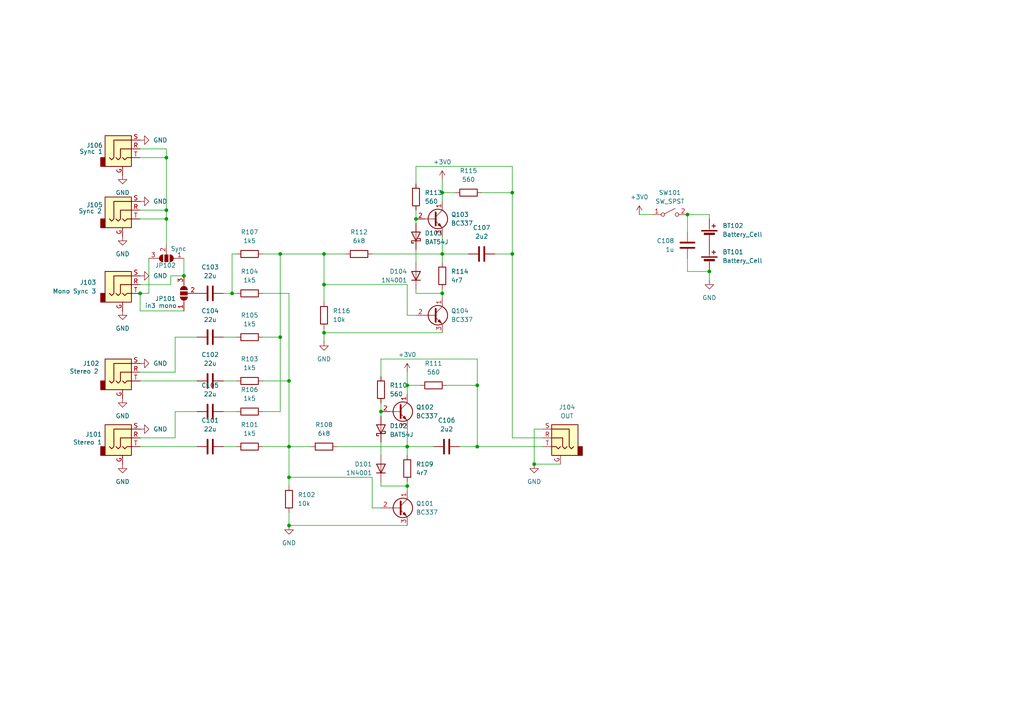
<source format=kicad_sch>
(kicad_sch (version 20250114) (generator "eeschema") (generator_version "9.0")
  (paper "A4")
  (lib_symbols
    (symbol "Connector_Audio:AudioJack3_Ground"
      (property "Reference" "J" (at 0 8.89 0))
      (property "Value" "AudioJack3_Ground" (at 0 6.35 0))
      (symbol "AudioJack3_Ground_0_1"
        (rectangle (start -5.08 -2.54) (end -6.35 -5.08) (stroke (width 0.254)) (fill (type outline)))
        (polyline (pts (xy -1.905 -2.54) (xy -1.27 -3.175) (xy -0.635 -2.54) (xy -0.635 0) (xy 2.54 0)) (stroke (width 0.254)))
        (polyline (pts (xy 0 -2.54) (xy 0.635 -3.175) (xy 1.27 -2.54) (xy 2.54 -2.54)) (stroke (width 0.254)))
        (rectangle (start 2.54 3.81) (end -5.08 -5.08) (stroke (width 0.254)) (fill (type background)))
        (polyline (pts (xy 2.54 2.54) (xy -2.54 2.54) (xy -2.54 -2.54) (xy -3.175 -3.175) (xy -3.81 -2.54)) (stroke (width 0.254)))
      )
      (symbol "AudioJack3_Ground_1_1"
        (pin passive line (at 0 -7.62 90) (length 2.54) (name "~") (number "G"))
        (pin passive line (at 5.08 2.54 180) (length 2.54) (name "~") (number "S"))
        (pin passive line (at 5.08 0 180) (length 2.54) (name "~") (number "R"))
        (pin passive line (at 5.08 -2.54 180) (length 2.54) (name "~") (number "T"))
      )
    )
    (symbol "Device:Battery_Cell" (pin_numbers (hide yes)) (pin_names (offset 0) (hide yes))
      (property "Reference" "BT" (at 2.54 2.54 0))
      (property "Value" "Battery_Cell" (at 2.54 0 0))
      (symbol "Battery_Cell_0_1"
        (rectangle (start -2.286 1.778) (end 2.286 1.524) (fill (type outline)))
        (rectangle (start -1.524 1.016) (end 1.524 0.508) (fill (type outline)))
        (polyline (pts (xy 0 1.778) (xy 0 2.54)))
        (polyline (pts (xy 0 0.762) (xy 0 0)))
        (polyline (pts (xy 0.762 3.048) (xy 1.778 3.048)) (stroke (width 0.254)))
        (polyline (pts (xy 1.27 3.556) (xy 1.27 2.54)) (stroke (width 0.254)))
      )
      (symbol "Battery_Cell_1_1"
        (pin passive line (at 0 5.08 270) (length 2.54) (name "+") (number "1"))
        (pin passive line (at 0 -2.54 90) (length 2.54) (name "-") (number "2"))
      )
    )
    (symbol "Device:C" (pin_numbers (hide yes)) (pin_names (offset 0.254))
      (property "Reference" "C" (at 0.635 2.54 0))
      (property "Value" "C" (at 0.635 -2.54 0))
      (symbol "C_0_1"
        (polyline (pts (xy -2.032 0.762) (xy 2.032 0.762)) (stroke (width 0.508)))
        (polyline (pts (xy -2.032 -0.762) (xy 2.032 -0.762)) (stroke (width 0.508)))
      )
      (symbol "C_1_1"
        (pin passive line (at 0 3.81 270) (length 2.794) (name "~") (number "1"))
        (pin passive line (at 0 -3.81 90) (length 2.794) (name "~") (number "2"))
      )
    )
    (symbol "Device:R" (pin_numbers (hide yes)) (pin_names (offset 0))
      (property "Reference" "R" (at 2.032 0 90))
      (property "Value" "R" (at 0 0 90))
      (symbol "R_0_1"
        (rectangle (start -1.016 -2.54) (end 1.016 2.54) (stroke (width 0.254)))
      )
      (symbol "R_1_1"
        (pin passive line (at 0 3.81 270) (length 1.27) (name "~") (number "1"))
        (pin passive line (at 0 -3.81 90) (length 1.27) (name "~") (number "2"))
      )
    )
    (symbol "Diode:1N4001" (pin_numbers (hide yes)) (pin_names (hide yes))
      (property "Reference" "D" (at 0 2.54 0))
      (property "Value" "1N4001" (at 0 -2.54 0))
      (symbol "1N4001_0_1"
        (polyline (pts (xy -1.27 1.27) (xy -1.27 -1.27)) (stroke (width 0.254)))
        (polyline (pts (xy 1.27 1.27) (xy 1.27 -1.27) (xy -1.27 0) (xy 1.27 1.27)) (stroke (width 0.254)))
        (polyline (pts (xy 1.27 0) (xy -1.27 0)))
      )
      (symbol "1N4001_1_1"
        (pin passive line (at -3.81 0 0) (length 2.54) (name "K") (number "1"))
        (pin passive line (at 3.81 0 180) (length 2.54) (name "A") (number "2"))
      )
    )
    (symbol "Diode:BAT54J" (pin_numbers (hide yes)) (pin_names (offset 1.016) (hide yes))
      (property "Reference" "D" (at 0 2.54 0))
      (property "Value" "BAT54J" (at 0 -2.54 0))
      (symbol "BAT54J_0_1"
        (polyline (pts (xy -1.905 0.635) (xy -1.905 1.27) (xy -1.27 1.27) (xy -1.27 -1.27) (xy -0.635 -1.27) (xy -0.635 -0.635)) (stroke (width 0.254)))
        (polyline (pts (xy 1.27 1.27) (xy 1.27 -1.27) (xy -1.27 0) (xy 1.27 1.27)) (stroke (width 0.254)))
        (polyline (pts (xy 1.27 0) (xy -1.27 0)))
      )
      (symbol "BAT54J_1_1"
        (pin passive line (at -3.81 0 0) (length 2.54) (name "K") (number "1"))
        (pin passive line (at 3.81 0 180) (length 2.54) (name "A") (number "2"))
      )
    )
    (symbol "Jumper:SolderJumper_3_Open" (pin_names (offset 0) (hide yes)) (in_bom no)
      (property "Reference" "JP" (at -2.54 -2.54 0))
      (property "Value" "SolderJumper_3_Open" (at 0 2.794 0))
      (symbol "SolderJumper_3_Open_0_1"
        (polyline (pts (xy -2.54 0) (xy -2.032 0)))
        (polyline (pts (xy -1.016 1.016) (xy -1.016 -1.016)))
        (arc (start -1.016 -1.016) (mid -2.0276 0) (end -1.016 1.016))
        (arc (start -1.016 -1.016) (mid -2.0276 0) (end -1.016 1.016) (fill (type outline)))
        (rectangle (start -0.508 1.016) (end 0.508 -1.016) (fill (type outline)))
        (polyline (pts (xy 0 -1.27) (xy 0 -1.016)))
        (arc (start 1.016 1.016) (mid 2.0276 0) (end 1.016 -1.016))
        (arc (start 1.016 1.016) (mid 2.0276 0) (end 1.016 -1.016) (fill (type outline)))
        (polyline (pts (xy 1.016 1.016) (xy 1.016 -1.016)))
        (polyline (pts (xy 2.54 0) (xy 2.032 0)))
      )
      (symbol "SolderJumper_3_Open_1_1"
        (pin passive line (at -5.08 0 0) (length 2.54) (name "A") (number "1"))
        (pin passive line (at 0 -3.81 90) (length 2.54) (name "C") (number "2"))
        (pin passive line (at 5.08 0 180) (length 2.54) (name "B") (number "3"))
      )
    )
    (symbol "Switch:SW_SPST" (pin_names (offset 0) (hide yes))
      (property "Reference" "SW" (at 0 3.175 0))
      (property "Value" "SW_SPST" (at 0 -2.54 0))
      (symbol "SW_SPST_0_0"
        (circle (center -2.032 0) (radius 0.508))
        (polyline (pts (xy -1.524 0.254) (xy 1.524 1.778)))
        (circle (center 2.032 0) (radius 0.508))
      )
      (symbol "SW_SPST_1_1"
        (pin passive line (at -5.08 0 0) (length 2.54) (name "A") (number "1"))
        (pin passive line (at 5.08 0 180) (length 2.54) (name "B") (number "2"))
      )
    )
    (symbol "Transistor_BJT:BC337" (pin_names (offset 0) (hide yes))
      (property "Reference" "Q" (at 5.08 1.905 0))
      (property "Value" "BC337" (at 5.08 0 0))
      (symbol "BC337_0_1"
        (polyline (pts (xy -2.54 0) (xy 0.635 0)))
        (polyline (pts (xy 0.635 1.905) (xy 0.635 -1.905)) (stroke (width 0.508)))
        (circle (center 1.27 0) (radius 2.8194) (stroke (width 0.254)))
      )
      (symbol "BC337_1_1"
        (polyline (pts (xy 0.635 0.635) (xy 2.54 2.54)))
        (polyline (pts (xy 0.635 -0.635) (xy 2.54 -2.54)))
        (polyline (pts (xy 1.27 -1.778) (xy 1.778 -1.27) (xy 2.286 -2.286) (xy 1.27 -1.778)) (fill (type outline)))
        (pin input line (at -5.08 0 0) (length 2.54) (name "B") (number "2"))
        (pin passive line (at 2.54 5.08 270) (length 2.54) (name "C") (number "1"))
        (pin passive line (at 2.54 -5.08 90) (length 2.54) (name "E") (number "3"))
      )
    )
    (symbol "power:+3V0" (power) (pin_numbers (hide yes)) (pin_names (offset 0) (hide yes))
      (property "Value" "+3V0" (at 0 3.556 0))
      (symbol "+3V0_0_1"
        (polyline (pts (xy -0.762 1.27) (xy 0 2.54)))
        (polyline (pts (xy 0 2.54) (xy 0.762 1.27)))
        (polyline (pts (xy 0 0) (xy 0 2.54)))
      )
      (symbol "+3V0_1_1"
        (pin power_in line (at 0 0 90) (length 0) (name "~") (number "1"))
      )
    )
    (symbol "power:GND" (power) (pin_numbers (hide yes)) (pin_names (offset 0) (hide yes))
      (property "Value" "GND" (at 0 -3.81 0))
      (symbol "GND_0_1"
        (polyline (pts (xy 0 0) (xy 0 -1.27) (xy 1.27 -1.27) (xy 0 -2.54) (xy -1.27 -1.27) (xy 0 -1.27)))
      )
      (symbol "GND_1_1"
        (pin power_in line (at 0 0 270) (length 0) (name "~") (number "1"))
      )
    )
  )
  (junction (at 110.49 119.38))
  (junction (at 205.74 78.74))
  (junction (at 81.28 97.79))
  (junction (at 40.64 85.09))
  (junction (at 93.98 82.55))
  (junction (at 118.11 111.76))
  (junction (at 138.43 111.76))
  (junction (at 83.82 152.4))
  (junction (at 148.59 55.88))
  (junction (at 118.11 140.97))
  (junction (at 83.82 138.43))
  (junction (at 148.59 73.66))
  (junction (at 83.82 129.54))
  (junction (at 48.26 63.5))
  (junction (at 83.82 110.49))
  (junction (at 53.34 80.01))
  (junction (at 48.26 60.96))
  (junction (at 199.39 62.23))
  (junction (at 128.27 55.88))
  (junction (at 67.31 85.09))
  (junction (at 138.43 129.54))
  (junction (at 93.98 96.52))
  (junction (at 128.27 73.66))
  (junction (at 154.94 134.62))
  (junction (at 128.27 85.09))
  (junction (at 81.28 73.66))
  (junction (at 120.65 63.5))
  (junction (at 118.11 129.54))
  (junction (at 48.26 45.72))
  (junction (at 93.98 73.66))
  (wire (pts (xy 129.54 111.76) (xy 138.43 111.76)))
  (wire (pts (xy 40.64 129.54) (xy 57.15 129.54)))
  (wire (pts (xy 110.49 120.65) (xy 110.49 119.38)))
  (wire (pts (xy 110.49 104.14) (xy 110.49 109.22)))
  (wire (pts (xy 148.59 73.66) (xy 148.59 55.88)))
  (wire (pts (xy 76.2 119.38) (xy 81.28 119.38)))
  (wire (pts (xy 148.59 73.66) (xy 148.59 127)))
  (wire (pts (xy 83.82 85.09) (xy 83.82 110.49)))
  (wire (pts (xy 138.43 129.54) (xy 133.35 129.54)))
  (wire (pts (xy 132.08 55.88) (xy 128.27 55.88)))
  (wire (pts (xy 83.82 85.09) (xy 76.2 85.09)))
  (wire (pts (xy 139.7 55.88) (xy 148.59 55.88)))
  (wire (pts (xy 128.27 52.07) (xy 128.27 55.88)))
  (wire (pts (xy 40.64 45.72) (xy 48.26 45.72)))
  (wire (pts (xy 120.65 64.77) (xy 120.65 63.5)))
  (wire (pts (xy 83.82 138.43) (xy 107.95 138.43)))
  (wire (pts (xy 135.89 73.66) (xy 128.27 73.66)))
  (wire (pts (xy 40.64 110.49) (xy 57.15 110.49)))
  (wire (pts (xy 49.53 82.55) (xy 40.64 82.55)))
  (wire (pts (xy 64.77 110.49) (xy 68.58 110.49)))
  (wire (pts (xy 199.39 74.93) (xy 199.39 78.74)))
  (wire (pts (xy 120.65 60.96) (xy 120.65 63.5)))
  (wire (pts (xy 128.27 73.66) (xy 128.27 68.58)))
  (wire (pts (xy 76.2 73.66) (xy 81.28 73.66)))
  (wire (pts (xy 107.95 147.32) (xy 107.95 138.43)))
  (wire (pts (xy 93.98 73.66) (xy 100.33 73.66)))
  (wire (pts (xy 40.64 107.95) (xy 50.8 107.95)))
  (wire (pts (xy 205.74 78.74) (xy 205.74 81.28)))
  (wire (pts (xy 90.17 129.54) (xy 83.82 129.54)))
  (wire (pts (xy 83.82 129.54) (xy 83.82 138.43)))
  (wire (pts (xy 110.49 147.32) (xy 107.95 147.32)))
  (wire (pts (xy 64.77 129.54) (xy 68.58 129.54)))
  (wire (pts (xy 83.82 148.59) (xy 83.82 152.4)))
  (wire (pts (xy 81.28 97.79) (xy 81.28 73.66)))
  (wire (pts (xy 93.98 96.52) (xy 93.98 99.06)))
  (wire (pts (xy 138.43 111.76) (xy 138.43 104.14)))
  (wire (pts (xy 97.79 129.54) (xy 118.11 129.54)))
  (wire (pts (xy 157.48 127) (xy 148.59 127)))
  (wire (pts (xy 48.26 43.18) (xy 40.64 43.18)))
  (wire (pts (xy 76.2 129.54) (xy 83.82 129.54)))
  (wire (pts (xy 76.2 97.79) (xy 81.28 97.79)))
  (wire (pts (xy 118.11 129.54) (xy 118.11 124.46)))
  (wire (pts (xy 40.64 90.17) (xy 40.64 85.09)))
  (wire (pts (xy 68.58 73.66) (xy 67.31 73.66)))
  (wire (pts (xy 118.11 107.95) (xy 118.11 111.76)))
  (wire (pts (xy 120.65 85.09) (xy 128.27 85.09)))
  (wire (pts (xy 118.11 152.4) (xy 83.82 152.4)))
  (wire (pts (xy 53.34 80.01) (xy 49.53 80.01)))
  (wire (pts (xy 148.59 48.26) (xy 120.65 48.26)))
  (wire (pts (xy 49.53 80.01) (xy 49.53 82.55)))
  (wire (pts (xy 199.39 78.74) (xy 205.74 78.74)))
  (wire (pts (xy 48.26 63.5) (xy 48.26 60.96)))
  (wire (pts (xy 138.43 129.54) (xy 157.48 129.54)))
  (wire (pts (xy 53.34 74.93) (xy 53.34 80.01)))
  (wire (pts (xy 50.8 127) (xy 50.8 119.38)))
  (wire (pts (xy 48.26 45.72) (xy 48.26 43.18)))
  (wire (pts (xy 118.11 139.7) (xy 118.11 140.97)))
  (wire (pts (xy 40.64 60.96) (xy 48.26 60.96)))
  (wire (pts (xy 53.34 90.17) (xy 40.64 90.17)))
  (wire (pts (xy 48.26 71.12) (xy 48.26 63.5)))
  (wire (pts (xy 76.2 110.49) (xy 83.82 110.49)))
  (wire (pts (xy 138.43 129.54) (xy 138.43 111.76)))
  (wire (pts (xy 121.92 111.76) (xy 118.11 111.76)))
  (wire (pts (xy 128.27 55.88) (xy 128.27 58.42)))
  (wire (pts (xy 138.43 104.14) (xy 110.49 104.14)))
  (wire (pts (xy 110.49 128.27) (xy 110.49 132.08)))
  (wire (pts (xy 128.27 76.2) (xy 128.27 73.66)))
  (wire (pts (xy 148.59 73.66) (xy 143.51 73.66)))
  (wire (pts (xy 110.49 139.7) (xy 110.49 140.97)))
  (wire (pts (xy 128.27 83.82) (xy 128.27 85.09)))
  (wire (pts (xy 118.11 132.08) (xy 118.11 129.54)))
  (wire (pts (xy 199.39 62.23) (xy 205.74 62.23)))
  (wire (pts (xy 64.77 119.38) (xy 68.58 119.38)))
  (wire (pts (xy 118.11 140.97) (xy 118.11 142.24)))
  (wire (pts (xy 48.26 60.96) (xy 48.26 45.72)))
  (wire (pts (xy 120.65 83.82) (xy 120.65 85.09)))
  (wire (pts (xy 93.98 73.66) (xy 93.98 82.55)))
  (wire (pts (xy 50.8 97.79) (xy 57.15 97.79)))
  (wire (pts (xy 125.73 129.54) (xy 118.11 129.54)))
  (wire (pts (xy 67.31 73.66) (xy 67.31 85.09)))
  (wire (pts (xy 40.64 63.5) (xy 48.26 63.5)))
  (wire (pts (xy 93.98 82.55) (xy 118.11 82.55)))
  (wire (pts (xy 93.98 95.25) (xy 93.98 96.52)))
  (wire (pts (xy 199.39 67.31) (xy 199.39 62.23)))
  (wire (pts (xy 185.42 62.23) (xy 189.23 62.23)))
  (wire (pts (xy 107.95 73.66) (xy 128.27 73.66)))
  (wire (pts (xy 81.28 119.38) (xy 81.28 97.79)))
  (wire (pts (xy 120.65 48.26) (xy 120.65 53.34)))
  (wire (pts (xy 50.8 119.38) (xy 57.15 119.38)))
  (wire (pts (xy 81.28 73.66) (xy 93.98 73.66)))
  (wire (pts (xy 93.98 82.55) (xy 93.98 87.63)))
  (wire (pts (xy 157.48 124.46) (xy 154.94 124.46)))
  (wire (pts (xy 83.82 140.97) (xy 83.82 138.43)))
  (wire (pts (xy 67.31 85.09) (xy 68.58 85.09)))
  (wire (pts (xy 64.77 97.79) (xy 68.58 97.79)))
  (wire (pts (xy 118.11 91.44) (xy 118.11 82.55)))
  (wire (pts (xy 50.8 107.95) (xy 50.8 97.79)))
  (wire (pts (xy 128.27 96.52) (xy 93.98 96.52)))
  (wire (pts (xy 83.82 110.49) (xy 83.82 129.54)))
  (wire (pts (xy 43.18 85.09) (xy 40.64 85.09)))
  (wire (pts (xy 110.49 116.84) (xy 110.49 119.38)))
  (wire (pts (xy 205.74 62.23) (xy 205.74 63.5)))
  (wire (pts (xy 148.59 55.88) (xy 148.59 48.26)))
  (wire (pts (xy 154.94 134.62) (xy 162.56 134.62)))
  (wire (pts (xy 40.64 127) (xy 50.8 127)))
  (wire (pts (xy 120.65 72.39) (xy 120.65 76.2)))
  (wire (pts (xy 120.65 91.44) (xy 118.11 91.44)))
  (wire (pts (xy 154.94 124.46) (xy 154.94 134.62)))
  (wire (pts (xy 110.49 140.97) (xy 118.11 140.97)))
  (wire (pts (xy 128.27 85.09) (xy 128.27 86.36)))
  (wire (pts (xy 43.18 74.93) (xy 43.18 85.09)))
  (wire (pts (xy 118.11 111.76) (xy 118.11 114.3)))
  (wire (pts (xy 64.77 85.09) (xy 67.31 85.09)))
  (symbol (lib_id "Transistor_BJT:BC337") (at 125.73 91.44 0) (unit 1)
    (property "Reference" "Q104" (at 130.81 90.1699 0) (effects (justify left)))
    (property "Value" "BC337" (at 130.81 92.7099 0) (effects (justify left)))
    (property "Footprint" "Package_TO_SOT_THT:TO-92_Inline" (effects (hide yes)))
    (property "Datasheet" "https://diotec.com/tl_files/diotec/files/pdf/datasheets/bc337.pdf" (effects (hide yes)))
    (property "Description" "0.8A Ic, 45V Vce, NPN Transistor, TO-92" (effects (hide yes)))
  )
  (symbol (lib_id "Device:Battery_Cell") (at 205.74 76.2 0) (unit 1)
    (property "Reference" "BT101" (at 209.55 73.0884 0) (effects (justify left)))
    (property "Value" "Battery_Cell" (at 209.55 75.6284 0) (effects (justify left)))
    (property "Description" "Single-cell battery" (effects (hide yes)))
  )
  (symbol (lib_id "Device:Battery_Cell") (at 205.74 68.58 0) (unit 1)
    (property "Reference" "BT102" (at 209.55 65.4684 0) (effects (justify left)))
    (property "Value" "Battery_Cell" (at 209.55 68.0084 0) (effects (justify left)))
    (property "Description" "Single-cell battery" (effects (hide yes)))
  )
  (symbol (lib_id "Transistor_BJT:BC337") (at 115.57 119.38 0) (unit 1)
    (property "Reference" "Q102" (at 120.65 118.1099 0) (effects (justify left)))
    (property "Value" "BC337" (at 120.65 120.6499 0) (effects (justify left)))
    (property "Footprint" "Package_TO_SOT_THT:TO-92_Inline" (effects (hide yes)))
    (property "Datasheet" "https://diotec.com/tl_files/diotec/files/pdf/datasheets/bc337.pdf" (effects (hide yes)))
    (property "Description" "0.8A Ic, 45V Vce, NPN Transistor, TO-92" (effects (hide yes)))
  )
  (symbol (lib_id "Device:R") (at 83.82 144.78 180) (unit 1)
    (property "Reference" "R102" (at 86.36 143.5099 0) (effects (justify right)))
    (property "Value" "10k" (at 86.36 146.0499 0) (effects (justify right)))
    (property "Description" "Resistor" (effects (hide yes)))
  )
  (symbol (lib_id "Device:R") (at 93.98 91.44 180) (unit 1)
    (property "Reference" "R116" (at 96.52 90.1699 0) (effects (justify right)))
    (property "Value" "10k" (at 96.52 92.7099 0) (effects (justify right)))
    (property "Description" "Resistor" (effects (hide yes)))
  )
  (symbol (lib_id "Device:C") (at 199.39 71.12 0) (mirror y) (unit 1)
    (property "Reference" "C108" (at 195.58 69.8499 0) (effects (justify left)))
    (property "Value" "1u" (at 195.58 72.3899 0) (effects (justify left)))
    (property "Description" "Unpolarized capacitor" (effects (hide yes)))
  )
  (symbol (lib_id "Connector_Audio:AudioJack3_Ground") (at 35.56 127 0) (unit 1)
    (property "Reference" "J101" (at 27.178 125.984 0))
    (property "Value" "Stereo 1" (at 25.4 128.27 0))
    (property "Description" "Audio Jack, 3 Poles (Stereo / TRS), Grounded Sleeve" (effects (hide yes)))
  )
  (symbol (lib_id "Device:C") (at 60.96 85.09 90) (unit 1)
    (property "Reference" "C103" (at 60.96 77.47 90))
    (property "Value" "22u" (at 60.96 80.01 90))
    (property "Description" "Unpolarized capacitor" (effects (hide yes)))
  )
  (symbol (lib_id "power:GND") (at 154.94 134.62 0) (unit 1)
    (property "Reference" "#PWR0105" (effects (hide yes)))
    (property "Value" "GND" (at 154.94 139.7 0))
    (property "Description" "Power symbol creates a global label with name \"GND\" , ground" (effects (hide yes)))
  )
  (symbol (lib_id "power:GND") (at 40.64 58.42 90) (unit 1)
    (property "Reference" "#PWR0112" (effects (hide yes)))
    (property "Value" "GND" (at 44.45 58.4199 90) (effects (justify right)))
    (property "Description" "Power symbol creates a global label with name \"GND\" , ground" (effects (hide yes)))
  )
  (symbol (lib_id "Device:R") (at 72.39 73.66 90) (unit 1)
    (property "Reference" "R107" (at 72.39 67.31 90))
    (property "Value" "1k5" (at 72.39 69.85 90))
    (property "Description" "Resistor" (effects (hide yes)))
  )
  (symbol (lib_id "Device:R") (at 118.11 135.89 180) (unit 1)
    (property "Reference" "R109" (at 120.65 134.6199 0) (effects (justify right)))
    (property "Value" "4r7" (at 120.65 137.1599 0) (effects (justify right)))
    (property "Description" "Resistor" (effects (hide yes)))
  )
  (symbol (lib_id "power:+3V0") (at 128.27 52.07 0) (unit 1)
    (property "Reference" "#PWR0103" (effects (hide yes)))
    (property "Value" "+3V0" (at 128.27 46.99 0))
    (property "Description" "Power symbol creates a global label with name \"+3V0\"" (effects (hide yes)))
  )
  (symbol (lib_id "power:GND") (at 40.64 80.01 90) (unit 1)
    (property "Reference" "#PWR0111" (effects (hide yes)))
    (property "Value" "GND" (at 44.45 80.0099 90) (effects (justify right)))
    (property "Description" "Power symbol creates a global label with name \"GND\" , ground" (effects (hide yes)))
  )
  (symbol (lib_id "Device:C") (at 60.96 129.54 90) (unit 1)
    (property "Reference" "C101" (at 60.96 121.92 90))
    (property "Value" "22u" (at 60.96 124.46 90))
    (property "Description" "Unpolarized capacitor" (effects (hide yes)))
  )
  (symbol (lib_id "power:GND") (at 83.82 152.4 0) (unit 1)
    (property "Reference" "#PWR0101" (effects (hide yes)))
    (property "Value" "GND" (at 83.82 157.48 0))
    (property "Description" "Power symbol creates a global label with name \"GND\" , ground" (effects (hide yes)))
  )
  (symbol (lib_id "Diode:BAT54J") (at 120.65 68.58 90) (unit 1)
    (property "Reference" "D103" (at 123.19 67.6274 90) (effects (justify right)))
    (property "Value" "BAT54J" (at 123.19 70.1674 90) (effects (justify right)))
    (property "Footprint" "Diode_SMD:D_SOD-323F" (effects (hide yes)))
    (property "Datasheet" "https://assets.nexperia.com/documents/data-sheet/BAT54J.pdf" (effects (hide yes)))
    (property "Description" "30V 200mA Schottky diode, SOD-323F" (effects (hide yes)))
  )
  (symbol (lib_id "Switch:SW_SPST") (at 194.31 62.23 0) (unit 1)
    (property "Reference" "SW101" (at 194.31 55.88 0))
    (property "Value" "SW_SPST" (at 194.31 58.42 0))
    (property "Description" "Single Pole Single Throw (SPST) switch" (effects (hide yes)))
  )
  (symbol (lib_id "power:GND") (at 35.56 50.8 0) (unit 1)
    (property "Reference" "#PWR0115" (effects (hide yes)))
    (property "Value" "GND" (at 35.56 55.88 0))
    (property "Description" "Power symbol creates a global label with name \"GND\" , ground" (effects (hide yes)))
  )
  (symbol (lib_id "Device:R") (at 104.14 73.66 90) (unit 1)
    (property "Reference" "R112" (at 104.14 67.31 90))
    (property "Value" "6k8" (at 104.14 69.85 90))
    (property "Description" "Resistor" (effects (hide yes)))
  )
  (symbol (lib_id "Transistor_BJT:BC337") (at 125.73 63.5 0) (unit 1)
    (property "Reference" "Q103" (at 130.81 62.2299 0) (effects (justify left)))
    (property "Value" "BC337" (at 130.81 64.7699 0) (effects (justify left)))
    (property "Footprint" "Package_TO_SOT_THT:TO-92_Inline" (effects (hide yes)))
    (property "Datasheet" "https://diotec.com/tl_files/diotec/files/pdf/datasheets/bc337.pdf" (effects (hide yes)))
    (property "Description" "0.8A Ic, 45V Vce, NPN Transistor, TO-92" (effects (hide yes)))
  )
  (symbol (lib_id "Device:R") (at 72.39 129.54 90) (unit 1)
    (property "Reference" "R101" (at 72.39 123.19 90))
    (property "Value" "1k5" (at 72.39 125.73 90))
    (property "Description" "Resistor" (effects (hide yes)))
  )
  (symbol (lib_id "Device:R") (at 120.65 57.15 180) (unit 1)
    (property "Reference" "R113" (at 123.19 55.8799 0) (effects (justify right)))
    (property "Value" "560" (at 123.19 58.4199 0) (effects (justify right)))
    (property "Description" "Resistor" (effects (hide yes)))
  )
  (symbol (lib_id "Device:R") (at 128.27 80.01 180) (unit 1)
    (property "Reference" "R114" (at 130.81 78.7399 0) (effects (justify right)))
    (property "Value" "4r7" (at 130.81 81.2799 0) (effects (justify right)))
    (property "Description" "Resistor" (effects (hide yes)))
  )
  (symbol (lib_id "Connector_Audio:AudioJack3_Ground") (at 35.56 60.96 0) (unit 1)
    (property "Reference" "J105" (at 27.432 59.436 0))
    (property "Value" "Sync 2" (at 26.162 61.214 0))
    (property "Description" "Audio Jack, 3 Poles (Stereo / TRS), Grounded Sleeve" (effects (hide yes)))
  )
  (symbol (lib_id "Device:R") (at 135.89 55.88 270) (unit 1)
    (property "Reference" "R115" (at 135.89 49.53 90))
    (property "Value" "560" (at 135.89 52.07 90))
    (property "Description" "Resistor" (effects (hide yes)))
  )
  (symbol (lib_id "Connector_Audio:AudioJack3_Ground") (at 162.56 127 0) (mirror y) (unit 1)
    (property "Reference" "J104" (at 164.465 118.11 0))
    (property "Value" "OUT" (at 164.465 120.65 0))
    (property "Description" "Audio Jack, 3 Poles (Stereo / TRS), Grounded Sleeve" (effects (hide yes)))
  )
  (symbol (lib_id "Diode:BAT54J") (at 110.49 124.46 90) (unit 1)
    (property "Reference" "D102" (at 113.03 123.5074 90) (effects (justify right)))
    (property "Value" "BAT54J" (at 113.03 126.0474 90) (effects (justify right)))
    (property "Footprint" "Diode_SMD:D_SOD-323F" (effects (hide yes)))
    (property "Datasheet" "https://assets.nexperia.com/documents/data-sheet/BAT54J.pdf" (effects (hide yes)))
    (property "Description" "30V 200mA Schottky diode, SOD-323F" (effects (hide yes)))
  )
  (symbol (lib_id "Device:R") (at 110.49 113.03 180) (unit 1)
    (property "Reference" "R110" (at 113.03 111.7599 0) (effects (justify right)))
    (property "Value" "560" (at 113.03 114.2999 0) (effects (justify right)))
    (property "Description" "Resistor" (effects (hide yes)))
  )
  (symbol (lib_id "power:GND") (at 40.64 40.64 90) (unit 1)
    (property "Reference" "#PWR0113" (effects (hide yes)))
    (property "Value" "GND" (at 44.45 40.6399 90) (effects (justify right)))
    (property "Description" "Power symbol creates a global label with name \"GND\" , ground" (effects (hide yes)))
  )
  (symbol (lib_id "power:GND") (at 35.56 115.57 0) (unit 1)
    (property "Reference" "#PWR0107" (effects (hide yes)))
    (property "Value" "GND" (at 35.56 120.65 0))
    (property "Description" "Power symbol creates a global label with name \"GND\" , ground" (effects (hide yes)))
  )
  (symbol (lib_id "Device:C") (at 60.96 119.38 90) (unit 1)
    (property "Reference" "C105" (at 60.96 111.76 90))
    (property "Value" "22u" (at 60.96 114.3 90))
    (property "Description" "Unpolarized capacitor" (effects (hide yes)))
  )
  (symbol (lib_id "Diode:1N4001") (at 110.49 135.89 270) (mirror x) (unit 1)
    (property "Reference" "D101" (at 107.95 134.6199 90) (effects (justify right)))
    (property "Value" "1N4001" (at 107.95 137.1599 90) (effects (justify right)))
    (property "Footprint" "Diode_THT:D_DO-41_SOD81_P10.16mm_Horizontal" (effects (hide yes)))
    (property "Datasheet" "http://www.vishay.com/docs/88503/1n4001.pdf" (effects (hide yes)))
    (property "Description" "50V 1A General Purpose Rectifier Diode, DO-41" (effects (hide yes)))
    (property "Sim.Device" "D" (effects (hide yes)))
    (property "Sim.Pins" "1=K 2=A" (effects (hide yes)))
  )
  (symbol (lib_id "power:GND") (at 35.56 68.58 0) (unit 1)
    (property "Reference" "#PWR0114" (effects (hide yes)))
    (property "Value" "GND" (at 35.56 73.66 0))
    (property "Description" "Power symbol creates a global label with name \"GND\" , ground" (effects (hide yes)))
  )
  (symbol (lib_id "Jumper:SolderJumper_3_Open") (at 53.34 85.09 90) (unit 1) (in_bom no)
    (property "Reference" "JP101" (at 51.054 86.614 90) (effects (justify left)))
    (property "Value" "in3 mono" (at 51.308 88.646 90) (effects (justify left)))
    (property "Description" "Solder Jumper, 3-pole, open" (effects (hide yes)))
  )
  (symbol (lib_id "Device:C") (at 60.96 110.49 90) (unit 1)
    (property "Reference" "C102" (at 60.96 102.87 90))
    (property "Value" "22u" (at 60.96 105.41 90))
    (property "Description" "Unpolarized capacitor" (effects (hide yes)))
  )
  (symbol (lib_id "Jumper:SolderJumper_3_Open") (at 48.26 74.93 180) (unit 1) (in_bom no)
    (property "Reference" "JP102" (at 48.006 76.962 0))
    (property "Value" "Sync" (at 51.816 72.136 0))
    (property "Description" "Solder Jumper, 3-pole, open" (effects (hide yes)))
  )
  (symbol (lib_id "power:+3V0") (at 118.11 107.95 0) (unit 1)
    (property "Reference" "#PWR0102" (effects (hide yes)))
    (property "Value" "+3V0" (at 118.11 102.87 0))
    (property "Description" "Power symbol creates a global label with name \"+3V0\"" (effects (hide yes)))
  )
  (symbol (lib_id "Device:C") (at 129.54 129.54 90) (unit 1)
    (property "Reference" "C106" (at 129.54 121.92 90))
    (property "Value" "2u2" (at 129.54 124.46 90))
    (property "Description" "Unpolarized capacitor" (effects (hide yes)))
  )
  (symbol (lib_id "Device:R") (at 72.39 85.09 90) (unit 1)
    (property "Reference" "R104" (at 72.39 78.74 90))
    (property "Value" "1k5" (at 72.39 81.28 90))
    (property "Description" "Resistor" (effects (hide yes)))
  )
  (symbol (lib_id "Device:R") (at 72.39 110.49 90) (unit 1)
    (property "Reference" "R103" (at 72.39 104.14 90))
    (property "Value" "1k5" (at 72.39 106.68 90))
    (property "Description" "Resistor" (effects (hide yes)))
  )
  (symbol (lib_id "power:GND") (at 40.64 105.41 90) (unit 1)
    (property "Reference" "#PWR0109" (effects (hide yes)))
    (property "Value" "GND" (at 44.45 105.4099 90) (effects (justify right)))
    (property "Description" "Power symbol creates a global label with name \"GND\" , ground" (effects (hide yes)))
  )
  (symbol (lib_id "power:+3V0") (at 185.42 62.23 0) (unit 1)
    (property "Reference" "#PWR0116" (effects (hide yes)))
    (property "Value" "+3V0" (at 185.42 57.15 0))
    (property "Description" "Power symbol creates a global label with name \"+3V0\"" (effects (hide yes)))
  )
  (symbol (lib_id "power:GND") (at 40.64 124.46 90) (unit 1)
    (property "Reference" "#PWR0110" (effects (hide yes)))
    (property "Value" "GND" (at 44.45 124.4599 90) (effects (justify right)))
    (property "Description" "Power symbol creates a global label with name \"GND\" , ground" (effects (hide yes)))
  )
  (symbol (lib_id "Connector_Audio:AudioJack3_Ground") (at 35.56 82.55 0) (unit 1)
    (property "Reference" "J103" (at 27.94 81.9149 0) (effects (justify right)))
    (property "Value" "Mono Sync 3" (at 27.94 84.4549 0) (effects (justify right)))
    (property "Description" "Audio Jack, 3 Poles (Stereo / TRS), Grounded Sleeve" (effects (hide yes)))
  )
  (symbol (lib_id "Device:C") (at 60.96 97.79 90) (unit 1)
    (property "Reference" "C104" (at 60.96 90.17 90))
    (property "Value" "22u" (at 60.96 92.71 90))
    (property "Description" "Unpolarized capacitor" (effects (hide yes)))
  )
  (symbol (lib_id "Device:R") (at 125.73 111.76 270) (unit 1)
    (property "Reference" "R111" (at 125.73 105.41 90))
    (property "Value" "560" (at 125.73 107.95 90))
    (property "Description" "Resistor" (effects (hide yes)))
  )
  (symbol (lib_id "power:GND") (at 205.74 81.28 0) (unit 1)
    (property "Reference" "#PWR0117" (effects (hide yes)))
    (property "Value" "GND" (at 205.74 86.36 0))
    (property "Description" "Power symbol creates a global label with name \"GND\" , ground" (effects (hide yes)))
  )
  (symbol (lib_id "power:GND") (at 35.56 134.62 0) (unit 1)
    (property "Reference" "#PWR0106" (effects (hide yes)))
    (property "Value" "GND" (at 35.56 139.7 0))
    (property "Description" "Power symbol creates a global label with name \"GND\" , ground" (effects (hide yes)))
  )
  (symbol (lib_id "Diode:1N4001") (at 120.65 80.01 270) (mirror x) (unit 1)
    (property "Reference" "D104" (at 118.11 78.7399 90) (effects (justify right)))
    (property "Value" "1N4001" (at 118.11 81.2799 90) (effects (justify right)))
    (property "Footprint" "Diode_THT:D_DO-41_SOD81_P10.16mm_Horizontal" (effects (hide yes)))
    (property "Datasheet" "http://www.vishay.com/docs/88503/1n4001.pdf" (effects (hide yes)))
    (property "Description" "50V 1A General Purpose Rectifier Diode, DO-41" (effects (hide yes)))
    (property "Sim.Device" "D" (effects (hide yes)))
    (property "Sim.Pins" "1=K 2=A" (effects (hide yes)))
  )
  (symbol (lib_id "Device:R") (at 72.39 97.79 90) (unit 1)
    (property "Reference" "R105" (at 72.39 91.44 90))
    (property "Value" "1k5" (at 72.39 93.98 90))
    (property "Description" "Resistor" (effects (hide yes)))
  )
  (symbol (lib_id "Connector_Audio:AudioJack3_Ground") (at 35.56 43.18 0) (unit 1)
    (property "Reference" "J106" (at 27.432 42.164 0))
    (property "Value" "Sync 1" (at 26.416 43.942 0))
    (property "Description" "Audio Jack, 3 Poles (Stereo / TRS), Grounded Sleeve" (effects (hide yes)))
  )
  (symbol (lib_id "Device:C") (at 139.7 73.66 90) (unit 1)
    (property "Reference" "C107" (at 139.7 66.04 90))
    (property "Value" "2u2" (at 139.7 68.58 90))
    (property "Description" "Unpolarized capacitor" (effects (hide yes)))
  )
  (symbol (lib_id "power:GND") (at 35.56 90.17 0) (unit 1)
    (property "Reference" "#PWR0108" (effects (hide yes)))
    (property "Value" "GND" (at 35.56 95.25 0))
    (property "Description" "Power symbol creates a global label with name \"GND\" , ground" (effects (hide yes)))
  )
  (symbol (lib_id "power:GND") (at 93.98 99.06 0) (unit 1)
    (property "Reference" "#PWR0104" (effects (hide yes)))
    (property "Value" "GND" (at 93.98 104.14 0))
    (property "Description" "Power symbol creates a global label with name \"GND\" , ground" (effects (hide yes)))
  )
  (symbol (lib_id "Connector_Audio:AudioJack3_Ground") (at 35.56 107.95 0) (unit 1)
    (property "Reference" "J102" (at 26.416 105.41 0))
    (property "Value" "Stereo 2" (at 24.384 107.696 0))
    (property "Description" "Audio Jack, 3 Poles (Stereo / TRS), Grounded Sleeve" (effects (hide yes)))
  )
  (symbol (lib_id "Device:R") (at 72.39 119.38 90) (unit 1)
    (property "Reference" "R106" (at 72.39 113.03 90))
    (property "Value" "1k5" (at 72.39 115.57 90))
    (property "Description" "Resistor" (effects (hide yes)))
  )
  (symbol (lib_id "Transistor_BJT:BC337") (at 115.57 147.32 0) (unit 1)
    (property "Reference" "Q101" (at 120.65 146.0499 0) (effects (justify left)))
    (property "Value" "BC337" (at 120.65 148.5899 0) (effects (justify left)))
    (property "Footprint" "Package_TO_SOT_THT:TO-92_Inline" (effects (hide yes)))
    (property "Datasheet" "https://diotec.com/tl_files/diotec/files/pdf/datasheets/bc337.pdf" (effects (hide yes)))
    (property "Description" "0.8A Ic, 45V Vce, NPN Transistor, TO-92" (effects (hide yes)))
  )
  (symbol (lib_id "Device:R") (at 93.98 129.54 90) (unit 1)
    (property "Reference" "R108" (at 93.98 123.19 90))
    (property "Value" "6k8" (at 93.98 125.73 90))
    (property "Description" "Resistor" (effects (hide yes)))
  )
)
</source>
